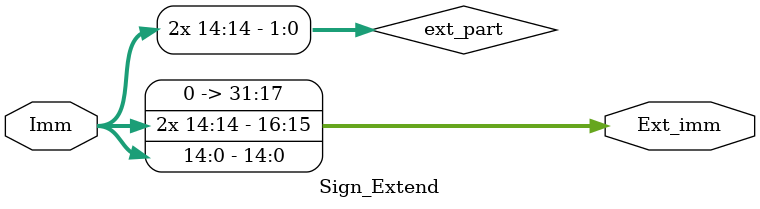
<source format=sv>
`timescale 1ns / 1ps


module Sign_Extend(
    input signed [14:0] Imm,
    output signed [31:0] Ext_imm
    );
    wire [1:0] ext_part;
    
    assign ext_part = {17{Imm[14]}};
    assign Ext_imm = {ext_part, Imm};
    
endmodule

</source>
